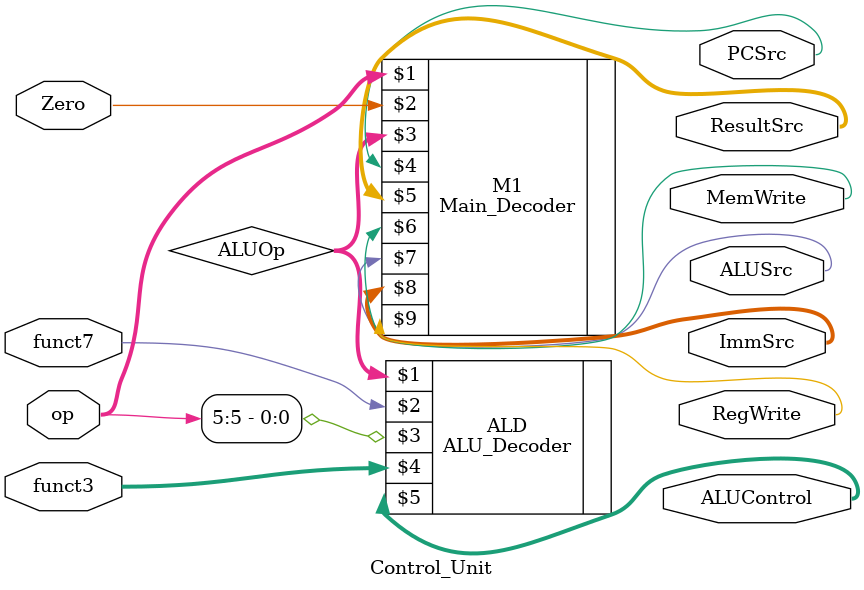
<source format=v>
module Control_Unit  (
 op,funct3,funct7,Zero,PCSrc,ResultSrc,MemWrite,ALUControl,ALUSrc,ImmSrc,RegWrite   
);
input [6:0] op;
input [14:12] funct3;
input funct7,Zero;
output PCSrc;
output [1:0] ResultSrc;
output MemWrite;
output [2:0] ALUControl;
output ALUSrc;
output [1:0] ImmSrc;
output RegWrite;
wire [1:0] ALUOp;

ALU_Decoder ALD(ALUOp,funct7,op[5],funct3,ALUControl);
Main_Decoder M1(op,Zero,ALUOp,PCSrc,ResultSrc,MemWrite,ALUSrc,ImmSrc,RegWrite);

endmodule

</source>
